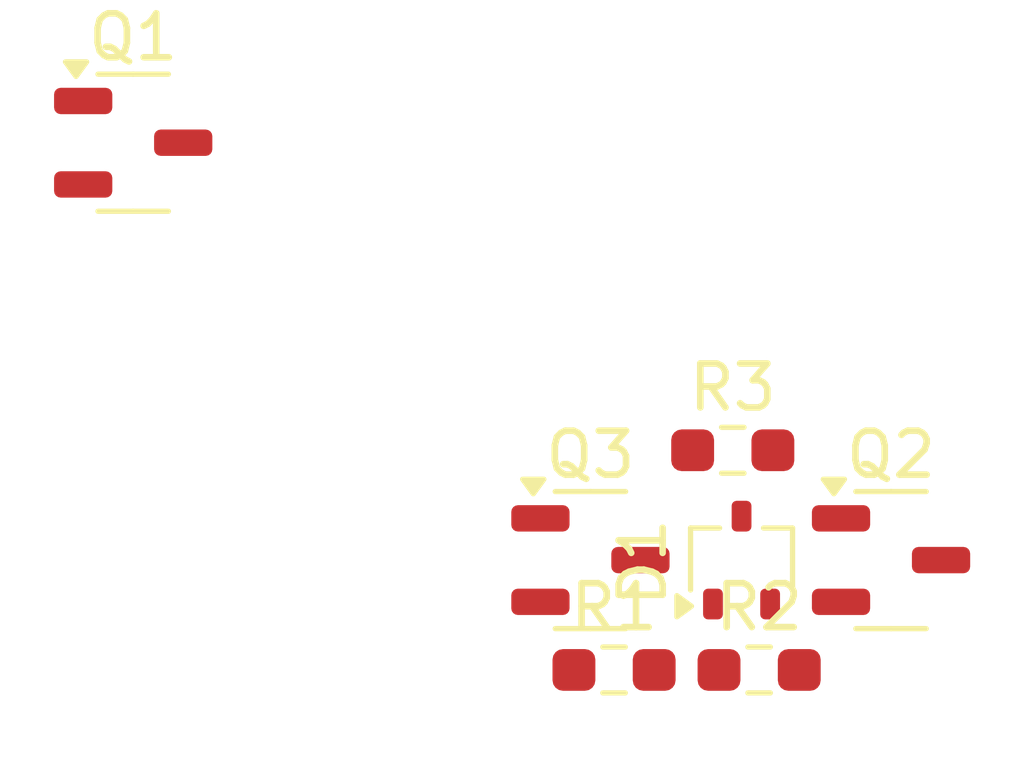
<source format=kicad_pcb>
(kicad_pcb (version 20240108) (generator "pcbnew") (generator_version "8.0")
  (layers (0 "F.Cu" signal) (31 "B.Cu" signal) (34 "B.Paste" user) (35 "F.Paste" user) (36 "B.SilkS" user "B.Silkscreen") (37 "F.SilkS" user "F.Silkscreen") (38 "B.Mask" user) (39 "F.Mask" user) (44 "Edge.Cuts" user))
  (net 0 "")
  (net 4 "/OUT")
  (net 5 "/BASE")
  (net 7 "Net-(Q3-E)")
  (net 8 "0")
  (net 9 "VCC")
  (net 10 "/IN")
  (footprint "Package_TO_SOT_SMD:SOT-23-3" (layer "F.Cu") (at 119.2625 73.1)
    (property "Reference" "Q1" (at 0 -2.4 0) (layer "F.SilkS"))
    (property "Value" "2N3906")
    (fp_line (start 0 -1.56) (end -0.8 -1.56) (stroke (width 0.12)) (layer "F.SilkS"))
    (fp_line (start 0 -1.56) (end 0.8 -1.56) (stroke (width 0.12)) (layer "F.SilkS"))
    (fp_line (start 0 1.56) (end -0.8 1.56) (stroke (width 0.12)) (layer "F.SilkS"))
    (fp_line (start 0 1.56) (end 0.8 1.56) (stroke (width 0.12)) (layer "F.SilkS"))
    (fp_poly (pts (xy -1.3 -1.51) (xy -1.54 -1.84) (xy -1.06 -1.84) (xy -1.3 -1.51)) (stroke (width 0.12)) (fill solid) (layer "F.SilkS"))
    (pad "1" smd roundrect (at -1.1375 -0.95) (size 1.325 0.6) (layers "F.Cu" "F.Paste" "F.Mask"))
    (pad "2" smd roundrect (at -1.1375 0.95) (size 1.325 0.6) (layers "F.Cu" "F.Paste" "F.Mask"))
    (pad "3" smd roundrect (at 1.1375 0) (size 1.325 0.6) (layers "F.Cu" "F.Paste" "F.Mask"))
  )
  (footprint "Package_TO_SOT_SMD:SOT-23-3" (layer "F.Cu") (at 129.6625 82.6)
    (property "Reference" "Q3" (at 0 -2.4 0) (layer "F.SilkS"))
    (property "Value" "2N3904")
    (fp_line (start 0 -1.56) (end -0.8 -1.56) (stroke (width 0.12)) (layer "F.SilkS"))
    (fp_line (start 0 -1.56) (end 0.8 -1.56) (stroke (width 0.12)) (layer "F.SilkS"))
    (fp_line (start 0 1.56) (end -0.8 1.56) (stroke (width 0.12)) (layer "F.SilkS"))
    (fp_line (start 0 1.56) (end 0.8 1.56) (stroke (width 0.12)) (layer "F.SilkS"))
    (fp_poly (pts (xy -1.3 -1.51) (xy -1.54 -1.84) (xy -1.06 -1.84) (xy -1.3 -1.51)) (stroke (width 0.12)) (fill solid) (layer "F.SilkS"))
    (pad "1" smd roundrect (at -1.1375 -0.95) (size 1.325 0.6) (layers "F.Cu" "F.Paste" "F.Mask") (net 9 "VCC"))
    (pad "2" smd roundrect (at -1.1375 0.95) (size 1.325 0.6) (layers "F.Cu" "F.Paste" "F.Mask") (net 10 "/IN"))
    (pad "3" smd roundrect (at 1.1375 0) (size 1.325 0.6) (layers "F.Cu" "F.Paste" "F.Mask") (net 7 "Net-(Q3-E)"))
  )
  (footprint "Package_TO_SOT_SMD:SOT-23-3" (layer "F.Cu") (at 136.5 82.6)
    (property "Reference" "Q2" (at 0 -2.4 0) (layer "F.SilkS"))
    (property "Value" "2N3904")
    (fp_line (start 0 -1.56) (end -0.8 -1.56) (stroke (width 0.12)) (layer "F.SilkS"))
    (fp_line (start 0 -1.56) (end 0.8 -1.56) (stroke (width 0.12)) (layer "F.SilkS"))
    (fp_line (start 0 1.56) (end -0.8 1.56) (stroke (width 0.12)) (layer "F.SilkS"))
    (fp_line (start 0 1.56) (end 0.8 1.56) (stroke (width 0.12)) (layer "F.SilkS"))
    (fp_poly (pts (xy -1.3 -1.51) (xy -1.54 -1.84) (xy -1.06 -1.84) (xy -1.3 -1.51)) (stroke (width 0.12)) (fill solid) (layer "F.SilkS"))
    (pad "1" smd roundrect (at -1.1375 -0.95) (size 1.325 0.6) (layers "F.Cu" "F.Paste" "F.Mask") (net 4 "/OUT"))
    (pad "2" smd roundrect (at -1.1375 0.95) (size 1.325 0.6) (layers "F.Cu" "F.Paste" "F.Mask") (net 5 "/BASE"))
    (pad "3" smd roundrect (at 1.1375 0) (size 1.325 0.6) (layers "F.Cu" "F.Paste" "F.Mask") (net 8 "0"))
  )
  (footprint "Resistor_SMD:R_0603_1608Metric_Pad0.98x0.95mm_HandSolder" (layer "F.Cu") (at 133.5 85.1)
    (property "Reference" "R2" (at 0 -1.43 0) (layer "F.SilkS"))
    (property "Value" "300")
    (fp_line (start -0.254724 -0.5225) (end 0.254724 -0.5225) (stroke (width 0.12)) (layer "F.SilkS"))
    (fp_line (start -0.254724 0.5225) (end 0.254724 0.5225) (stroke (width 0.12)) (layer "F.SilkS"))
    (pad "1" smd roundrect (at -0.9125 0) (size 0.975 0.95) (layers "F.Cu" "F.Paste" "F.Mask") (net 5 "/BASE"))
    (pad "2" smd roundrect (at 0.9125 0) (size 0.975 0.95) (layers "F.Cu" "F.Paste" "F.Mask") (net 8 "0"))
  )
  (footprint "Resistor_SMD:R_0603_1608Metric_Pad0.98x0.95mm_HandSolder" (layer "F.Cu") (at 132.9 80.1)
    (property "Reference" "R3" (at 0 -1.43 360) (layer "F.SilkS"))
    (property "Value" "300")
    (fp_line (start -0.254724 -0.5225) (end 0.254724 -0.5225) (stroke (width 0.12)) (layer "F.SilkS"))
    (fp_line (start -0.254724 0.5225) (end 0.254724 0.5225) (stroke (width 0.12)) (layer "F.SilkS"))
    (pad "1" smd roundrect (at -0.9125 0) (size 0.975 0.95) (layers "F.Cu" "F.Paste" "F.Mask") (net 9 "VCC"))
    (pad "2" smd roundrect (at 0.9125 0) (size 0.975 0.95) (layers "F.Cu" "F.Paste" "F.Mask") (net 4 "/OUT"))
  )
  (footprint "Package_TO_SOT_SMD:SOT-323_SC-70" (layer "F.Cu") (at 133.1 82.6 90)
    (property "Reference" "D1" (at -0.05 -2.25 90) (layer "F.SilkS"))
    (property "Value" "BAT54W")
    (fp_line (start 0.73 -1.16) (end 0.73 -0.5) (stroke (width 0.12)) (layer "F.SilkS"))
    (fp_line (start -0.68 -1.16) (end 0.73 -1.16) (stroke (width 0.12)) (layer "F.SilkS"))
    (fp_line (start 0.73 0.5) (end 0.73 1.16) (stroke (width 0.12)) (layer "F.SilkS"))
    (fp_line (start -0.68 1.16) (end 0.73 1.16) (stroke (width 0.12)) (layer "F.SilkS"))
    (fp_poly (pts (xy -1.05 -1.14) (xy -1.29 -1.47) (xy -0.81 -1.47) (xy -1.05 -1.14)) (stroke (width 0.12)) (fill solid) (layer "F.SilkS"))
    (pad "1" smd roundrect (at -1 -0.65) (size 0.45 0.7) (layers "F.Cu" "F.Paste" "F.Mask") (net 5 "/BASE"))
    (pad "2" smd roundrect (at -1 0.65) (size 0.45 0.7) (layers "F.Cu" "F.Paste" "F.Mask"))
    (pad "3" smd roundrect (at 1 0) (size 0.45 0.7) (layers "F.Cu" "F.Paste" "F.Mask") (net 4 "/OUT"))
  )
  (footprint "Resistor_SMD:R_0603_1608Metric_Pad0.98x0.95mm_HandSolder" (layer "F.Cu") (at 130.2 85.1)
    (property "Reference" "R1" (at 0 -1.43 0) (layer "F.SilkS"))
    (property "Value" "600")
    (fp_line (start -0.254724 -0.5225) (end 0.254724 -0.5225) (stroke (width 0.12)) (layer "F.SilkS"))
    (fp_line (start -0.254724 0.5225) (end 0.254724 0.5225) (stroke (width 0.12)) (layer "F.SilkS"))
    (pad "1" smd roundrect (at -0.9125 0) (size 0.975 0.95) (layers "F.Cu" "F.Paste" "F.Mask") (net 7 "Net-(Q3-E)"))
    (pad "2" smd roundrect (at 0.9125 0) (size 0.975 0.95) (layers "F.Cu" "F.Paste" "F.Mask") (net 5 "/BASE"))
  )
)
</source>
